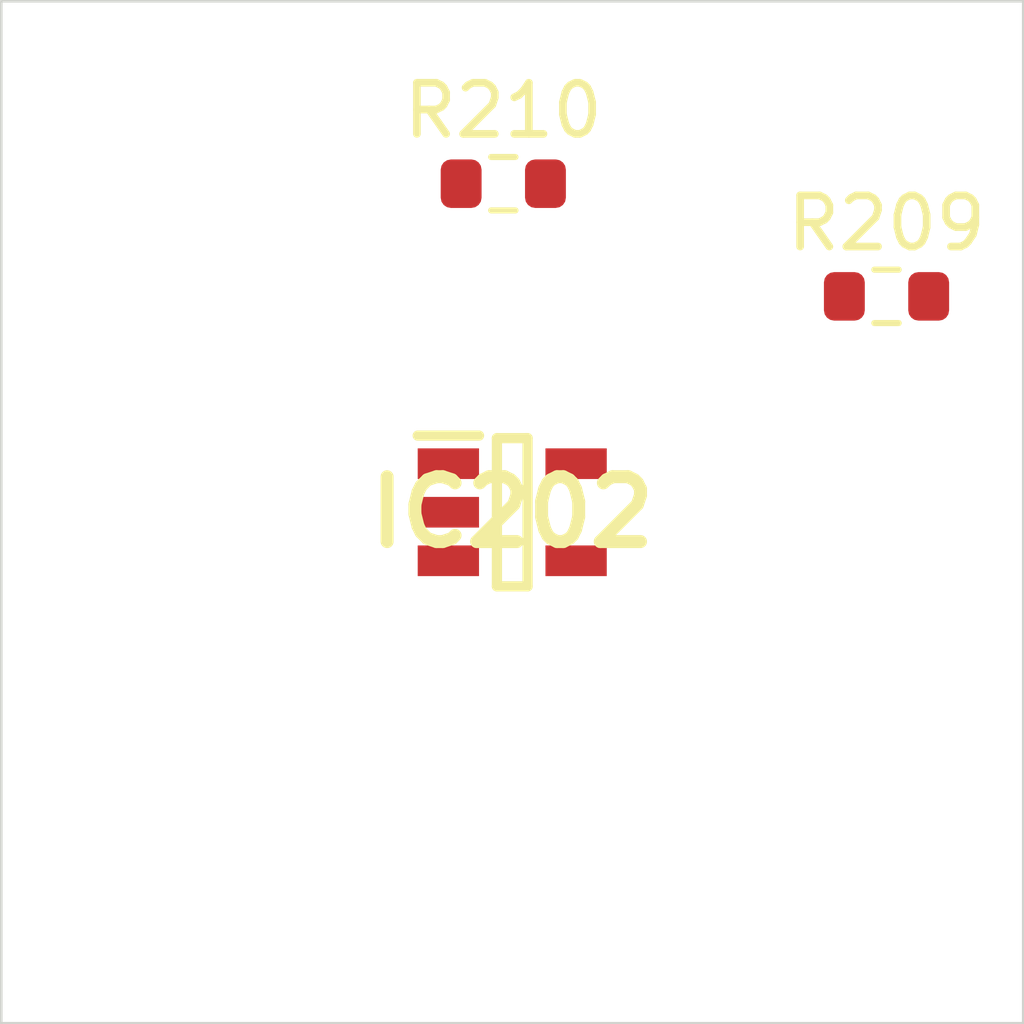
<source format=kicad_pcb>
(kicad_pcb (version 20171130) (host pcbnew 5.1.12-84ad8e8a86~92~ubuntu18.04.1)

  (general
    (thickness 1.6)
    (drawings 4)
    (tracks 0)
    (zones 0)
    (modules 3)
    (nets 5)
  )

  (page A4)
  (layers
    (0 F.Cu signal)
    (31 B.Cu signal)
    (32 B.Adhes user)
    (33 F.Adhes user)
    (34 B.Paste user)
    (35 F.Paste user)
    (36 B.SilkS user)
    (37 F.SilkS user)
    (38 B.Mask user)
    (39 F.Mask user)
    (40 Dwgs.User user)
    (41 Cmts.User user)
    (42 Eco1.User user)
    (43 Eco2.User user)
    (44 Edge.Cuts user)
    (45 Margin user)
    (46 B.CrtYd user)
    (47 F.CrtYd user)
    (48 B.Fab user)
    (49 F.Fab user)
  )

  (setup
    (last_trace_width 0.25)
    (trace_clearance 0.2)
    (zone_clearance 0.508)
    (zone_45_only no)
    (trace_min 0.2)
    (via_size 0.8)
    (via_drill 0.4)
    (via_min_size 0.4)
    (via_min_drill 0.3)
    (uvia_size 0.3)
    (uvia_drill 0.1)
    (uvias_allowed no)
    (uvia_min_size 0.2)
    (uvia_min_drill 0.1)
    (edge_width 0.05)
    (segment_width 0.2)
    (pcb_text_width 0.3)
    (pcb_text_size 1.5 1.5)
    (mod_edge_width 0.12)
    (mod_text_size 1 1)
    (mod_text_width 0.15)
    (pad_size 1.524 1.524)
    (pad_drill 0.762)
    (pad_to_mask_clearance 0)
    (aux_axis_origin 0 0)
    (visible_elements FFFFFF7F)
    (pcbplotparams
      (layerselection 0x010fc_ffffffff)
      (usegerberextensions false)
      (usegerberattributes true)
      (usegerberadvancedattributes true)
      (creategerberjobfile true)
      (excludeedgelayer true)
      (linewidth 0.100000)
      (plotframeref false)
      (viasonmask false)
      (mode 1)
      (useauxorigin false)
      (hpglpennumber 1)
      (hpglpenspeed 20)
      (hpglpendiameter 15.000000)
      (psnegative false)
      (psa4output false)
      (plotreference true)
      (plotvalue true)
      (plotinvisibletext false)
      (padsonsilk false)
      (subtractmaskfromsilk false)
      (outputformat 1)
      (mirror false)
      (drillshape 1)
      (scaleselection 1)
      (outputdirectory ""))
  )

  (net 0 "")
  (net 1 GND)
  (net 2 VDDA)
  (net 3 /Sheet6235D886/vp)
  (net 4 "Net-(IC202-Pad3)")

  (net_class Default "This is the default net class."
    (clearance 0.2)
    (trace_width 0.25)
    (via_dia 0.8)
    (via_drill 0.4)
    (uvia_dia 0.3)
    (uvia_drill 0.1)
    (add_net /Sheet6235D886/vp)
    (add_net GND)
    (add_net "Net-(IC202-Pad3)")
    (add_net VDDA)
  )

  (module SOT95P280X145-5N locked (layer F.Cu) (tedit 62336ED7) (tstamp 623423ED)
    (at 90 110)
    (descr DBV0005A)
    (tags "Integrated Circuit")
    (path /6235D887/6266C08E)
    (attr smd)
    (fp_text reference IC202 (at 0 0) (layer F.SilkS)
      (effects (font (size 1.27 1.27) (thickness 0.254)))
    )
    (fp_text value TL071HIDBVR (at 0 0) (layer F.SilkS) hide
      (effects (font (size 1.27 1.27) (thickness 0.254)))
    )
    (fp_line (start -1.85 -1.5) (end -0.65 -1.5) (layer F.SilkS) (width 0.2))
    (fp_line (start -0.3 1.45) (end -0.3 -1.45) (layer F.SilkS) (width 0.2))
    (fp_line (start 0.3 1.45) (end -0.3 1.45) (layer F.SilkS) (width 0.2))
    (fp_line (start 0.3 -1.45) (end 0.3 1.45) (layer F.SilkS) (width 0.2))
    (fp_line (start -0.3 -1.45) (end 0.3 -1.45) (layer F.SilkS) (width 0.2))
    (fp_line (start -0.8 -0.5) (end 0.15 -1.45) (layer Dwgs.User) (width 0.1))
    (fp_line (start -0.8 1.45) (end -0.8 -1.45) (layer Dwgs.User) (width 0.1))
    (fp_line (start 0.8 1.45) (end -0.8 1.45) (layer Dwgs.User) (width 0.1))
    (fp_line (start 0.8 -1.45) (end 0.8 1.45) (layer Dwgs.User) (width 0.1))
    (fp_line (start -0.8 -1.45) (end 0.8 -1.45) (layer Dwgs.User) (width 0.1))
    (fp_line (start -2.1 1.775) (end -2.1 -1.775) (layer Dwgs.User) (width 0.05))
    (fp_line (start 2.1 1.775) (end -2.1 1.775) (layer Dwgs.User) (width 0.05))
    (fp_line (start 2.1 -1.775) (end 2.1 1.775) (layer Dwgs.User) (width 0.05))
    (fp_line (start -2.1 -1.775) (end 2.1 -1.775) (layer Dwgs.User) (width 0.05))
    (pad 1 smd rect (at -1.25 -0.95 90) (size 0.6 1.2) (layers F.Cu F.Paste F.Mask)
      (net 3 /Sheet6235D886/vp))
    (pad 2 smd rect (at -1.25 0 90) (size 0.6 1.2) (layers F.Cu F.Paste F.Mask)
      (net 1 GND))
    (pad 3 smd rect (at -1.25 0.95 90) (size 0.6 1.2) (layers F.Cu F.Paste F.Mask)
      (net 4 "Net-(IC202-Pad3)"))
    (pad 4 smd rect (at 1.25 0.95 90) (size 0.6 1.2) (layers F.Cu F.Paste F.Mask)
      (net 3 /Sheet6235D886/vp))
    (pad 5 smd rect (at 1.25 -0.95 90) (size 0.6 1.2) (layers F.Cu F.Paste F.Mask)
      (net 2 VDDA))
  )

  (module Resistor_SMD:R_0603_1608Metric (layer F.Cu) (tedit 5F68FEEE) (tstamp 62342595)
    (at 97.325001 105.775001)
    (descr "Resistor SMD 0603 (1608 Metric), square (rectangular) end terminal, IPC_7351 nominal, (Body size source: IPC-SM-782 page 72, https://www.pcb-3d.com/wordpress/wp-content/uploads/ipc-sm-782a_amendment_1_and_2.pdf), generated with kicad-footprint-generator")
    (tags resistor)
    (path /6235D887/623CDBD9)
    (attr smd)
    (fp_text reference R209 (at 0 -1.43) (layer F.SilkS)
      (effects (font (size 1 1) (thickness 0.15)))
    )
    (fp_text value 100k (at 0 1.43) (layer F.Fab)
      (effects (font (size 1 1) (thickness 0.15)))
    )
    (fp_line (start -0.8 0.4125) (end -0.8 -0.4125) (layer F.Fab) (width 0.1))
    (fp_line (start -0.8 -0.4125) (end 0.8 -0.4125) (layer F.Fab) (width 0.1))
    (fp_line (start 0.8 -0.4125) (end 0.8 0.4125) (layer F.Fab) (width 0.1))
    (fp_line (start 0.8 0.4125) (end -0.8 0.4125) (layer F.Fab) (width 0.1))
    (fp_line (start -0.237258 -0.5225) (end 0.237258 -0.5225) (layer F.SilkS) (width 0.12))
    (fp_line (start -0.237258 0.5225) (end 0.237258 0.5225) (layer F.SilkS) (width 0.12))
    (fp_line (start -1.48 0.73) (end -1.48 -0.73) (layer F.CrtYd) (width 0.05))
    (fp_line (start -1.48 -0.73) (end 1.48 -0.73) (layer F.CrtYd) (width 0.05))
    (fp_line (start 1.48 -0.73) (end 1.48 0.73) (layer F.CrtYd) (width 0.05))
    (fp_line (start 1.48 0.73) (end -1.48 0.73) (layer F.CrtYd) (width 0.05))
    (fp_text user %R (at 0 0) (layer F.Fab)
      (effects (font (size 0.4 0.4) (thickness 0.06)))
    )
    (pad 1 smd roundrect (at -0.825 0) (size 0.8 0.95) (layers F.Cu F.Paste F.Mask) (roundrect_rratio 0.25)
      (net 2 VDDA))
    (pad 2 smd roundrect (at 0.825 0) (size 0.8 0.95) (layers F.Cu F.Paste F.Mask) (roundrect_rratio 0.25)
      (net 4 "Net-(IC202-Pad3)"))
    (model ${KISYS3DMOD}/Resistor_SMD.3dshapes/R_0603_1608Metric.wrl
      (at (xyz 0 0 0))
      (scale (xyz 1 1 1))
      (rotate (xyz 0 0 0))
    )
  )

  (module Resistor_SMD:R_0603_1608Metric (layer F.Cu) (tedit 5F68FEEE) (tstamp 623425A6)
    (at 89.825 103.57)
    (descr "Resistor SMD 0603 (1608 Metric), square (rectangular) end terminal, IPC_7351 nominal, (Body size source: IPC-SM-782 page 72, https://www.pcb-3d.com/wordpress/wp-content/uploads/ipc-sm-782a_amendment_1_and_2.pdf), generated with kicad-footprint-generator")
    (tags resistor)
    (path /6235D887/623CDBDF)
    (attr smd)
    (fp_text reference R210 (at 0 -1.43) (layer F.SilkS)
      (effects (font (size 1 1) (thickness 0.15)))
    )
    (fp_text value 100k (at 0 1.43) (layer F.Fab)
      (effects (font (size 1 1) (thickness 0.15)))
    )
    (fp_line (start 1.48 0.73) (end -1.48 0.73) (layer F.CrtYd) (width 0.05))
    (fp_line (start 1.48 -0.73) (end 1.48 0.73) (layer F.CrtYd) (width 0.05))
    (fp_line (start -1.48 -0.73) (end 1.48 -0.73) (layer F.CrtYd) (width 0.05))
    (fp_line (start -1.48 0.73) (end -1.48 -0.73) (layer F.CrtYd) (width 0.05))
    (fp_line (start -0.237258 0.5225) (end 0.237258 0.5225) (layer F.SilkS) (width 0.12))
    (fp_line (start -0.237258 -0.5225) (end 0.237258 -0.5225) (layer F.SilkS) (width 0.12))
    (fp_line (start 0.8 0.4125) (end -0.8 0.4125) (layer F.Fab) (width 0.1))
    (fp_line (start 0.8 -0.4125) (end 0.8 0.4125) (layer F.Fab) (width 0.1))
    (fp_line (start -0.8 -0.4125) (end 0.8 -0.4125) (layer F.Fab) (width 0.1))
    (fp_line (start -0.8 0.4125) (end -0.8 -0.4125) (layer F.Fab) (width 0.1))
    (fp_text user %R (at 0 0) (layer F.Fab)
      (effects (font (size 0.4 0.4) (thickness 0.06)))
    )
    (pad 2 smd roundrect (at 0.825 0) (size 0.8 0.95) (layers F.Cu F.Paste F.Mask) (roundrect_rratio 0.25)
      (net 1 GND))
    (pad 1 smd roundrect (at -0.825 0) (size 0.8 0.95) (layers F.Cu F.Paste F.Mask) (roundrect_rratio 0.25)
      (net 4 "Net-(IC202-Pad3)"))
    (model ${KISYS3DMOD}/Resistor_SMD.3dshapes/R_0603_1608Metric.wrl
      (at (xyz 0 0 0))
      (scale (xyz 1 1 1))
      (rotate (xyz 0 0 0))
    )
  )

  (gr_line (start 100 100) (end 100 120) (layer Edge.Cuts) (width 0.05) (tstamp 62E770C4))
  (gr_line (start 80 120) (end 100 120) (layer Edge.Cuts) (width 0.05) (tstamp 62E770C0))
  (gr_line (start 80 100) (end 100 100) (layer Edge.Cuts) (width 0.05) (tstamp 6234110C))
  (gr_line (start 80 100) (end 80 120) (layer Edge.Cuts) (width 0.05))

)

</source>
